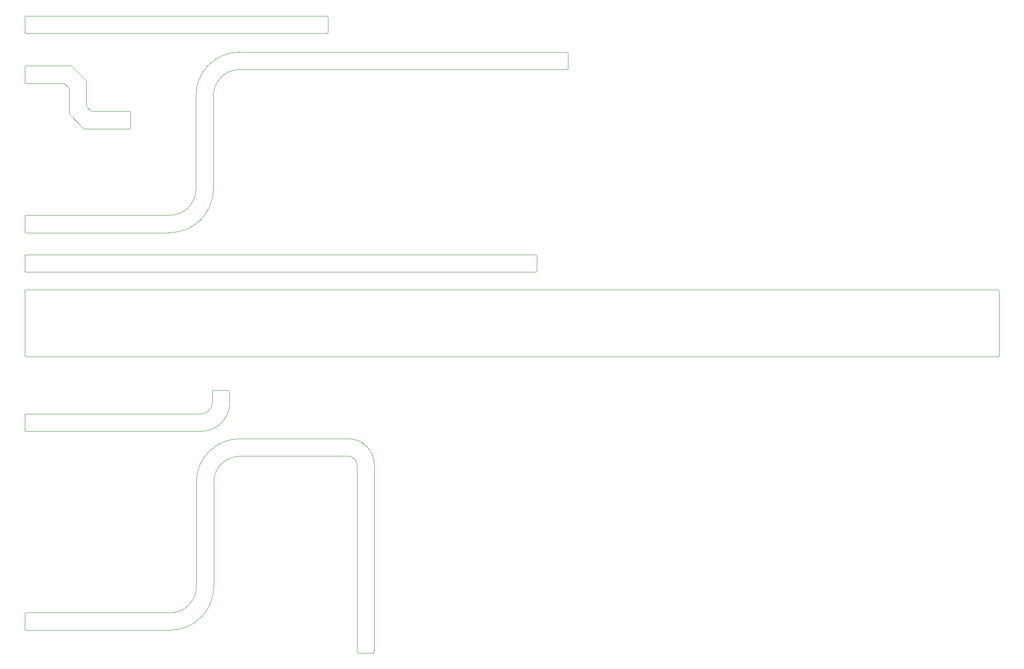
<source format=gko>
G04*
G04 #@! TF.GenerationSoftware,Altium Limited,Altium Designer,23.10.1 (27)*
G04*
G04 Layer_Color=16711935*
%FSLAX25Y25*%
%MOIN*%
G70*
G04*
G04 #@! TF.SameCoordinates,75E589B0-4E0D-4890-912C-9D4B5755E1C0*
G04*
G04*
G04 #@! TF.FilePolarity,Positive*
G04*
G01*
G75*
%ADD20C,0.00394*%
D20*
X276870Y-235236D02*
G03*
X256201Y-214567I-20669J0D01*
G01*
X263091Y-235236D02*
G03*
X256201Y-228346I-6890J0D01*
G01*
X170374D02*
G03*
X149705Y-249016I0J-20669D01*
G01*
X170374Y-214567D02*
G03*
X135925Y-249016I0J-34449D01*
G01*
X115256Y-366142D02*
G03*
X149705Y-331693I0J34449D01*
G01*
X115256Y-352362D02*
G03*
X135925Y-331693I0J20669D01*
G01*
X787Y-352362D02*
G03*
X0Y-353150I0J-787D01*
G01*
Y-365354D02*
G03*
X787Y-366142I787J0D01*
G01*
X263090Y-383268D02*
G03*
X263878Y-384055I787J0D01*
G01*
X276083D02*
G03*
X276870Y-383268I0J787D01*
G01*
X139665Y-208661D02*
G03*
X162303Y-186024I0J22638D01*
G01*
X139665Y-194882D02*
G03*
X148524Y-186024I0J8858D01*
G01*
X162303Y-176969D02*
G03*
X161516Y-176181I-787J0D01*
G01*
X149311D02*
G03*
X148524Y-176969I0J-787D01*
G01*
X787Y-194882D02*
G03*
X0Y-195669I0J-787D01*
G01*
Y-207874D02*
G03*
X787Y-208661I787J0D01*
G01*
X770866Y-149606D02*
G03*
X771654Y-148819I0J787D01*
G01*
Y-97244D02*
G03*
X770866Y-96457I-787J0D01*
G01*
X787Y-96457D02*
G03*
X0Y-97244I0J-787D01*
G01*
Y-148819D02*
G03*
X787Y-149606I787J0D01*
G01*
Y80709D02*
G03*
X0Y79921I0J-787D01*
G01*
Y67716D02*
G03*
X787Y66929I787J0D01*
G01*
X83957Y43898D02*
G03*
X83169Y44685I-787J0D01*
G01*
Y30906D02*
G03*
X83957Y31693I0J787D01*
G01*
X787Y120079D02*
G03*
X0Y119291I0J-787D01*
G01*
Y107087D02*
G03*
X787Y106299I787J0D01*
G01*
X240158Y119291D02*
G03*
X239370Y120079I-787J0D01*
G01*
Y106299D02*
G03*
X240158Y107087I0J787D01*
G01*
X787Y-37598D02*
G03*
X0Y-38386I0J-787D01*
G01*
Y-50591D02*
G03*
X787Y-51378I787J0D01*
G01*
X430315Y90748D02*
G03*
X429528Y91535I-787J0D01*
G01*
Y77756D02*
G03*
X430315Y78543I0J787D01*
G01*
X787Y-68898D02*
G03*
X0Y-69685I0J-787D01*
G01*
Y-81890D02*
G03*
X787Y-82677I787J0D01*
G01*
X405512Y-69685D02*
G03*
X404724Y-68898I-787J0D01*
G01*
Y-82677D02*
G03*
X405512Y-81890I0J787D01*
G01*
X170277Y91535D02*
G03*
X135631Y57086I-197J-34449D01*
G01*
X170277Y77755D02*
G03*
X149410Y57086I-197J-20669D01*
G01*
X114764Y-51378D02*
G03*
X149410Y-16929I197J34449D01*
G01*
X114764Y-37598D02*
G03*
X135631Y-16929I197J20669D01*
G01*
X263090Y-374213D02*
Y-235236D01*
X276870Y-374213D02*
Y-235236D01*
X170374Y-214567D02*
X256201D01*
X170374Y-228346D02*
X256201D01*
X149705Y-331693D02*
Y-249016D01*
X135925Y-331693D02*
Y-249016D01*
X9843Y-366142D02*
X115256D01*
X9843Y-352362D02*
X115256D01*
X787Y-352362D02*
X9843Y-352362D01*
X0Y-365354D02*
Y-353150D01*
X787Y-366142D02*
X9843Y-366142D01*
X263090Y-383268D02*
X263090Y-374213D01*
X263878Y-384055D02*
X276083D01*
X276870Y-374213D02*
X276870Y-383268D01*
X9843Y-208661D02*
X139665D01*
X9843Y-194882D02*
X139665D01*
X162303Y-186024D02*
Y-176969D01*
X149311Y-176181D02*
X161516D01*
X148524Y-186024D02*
Y-176969D01*
X787Y-194882D02*
X9843D01*
X0Y-207874D02*
Y-195669D01*
X787Y-208661D02*
X9843D01*
Y-149606D02*
X761811Y-149606D01*
X9843Y-96457D02*
X761811D01*
Y-149606D02*
X770866Y-149606D01*
X771654Y-148819D02*
Y-97244D01*
X761811Y-96457D02*
X770866Y-96457D01*
X787D02*
X9843D01*
X0Y-148819D02*
Y-97244D01*
X787Y-149606D02*
X9843D01*
X787Y80709D02*
X9843D01*
X0Y67716D02*
Y79921D01*
X787Y66929D02*
X9843D01*
X74114Y44685D02*
X83169D01*
X83957Y31693D02*
Y43898D01*
X74114Y30906D02*
X83169D01*
X787Y120079D02*
X9843D01*
X0Y107087D02*
Y119291D01*
X787Y106299D02*
X9843D01*
X230315Y120079D02*
X239370D01*
X240158Y107087D02*
Y119291D01*
X230315Y106299D02*
X239370D01*
X787Y-37598D02*
X9843D01*
X0Y-50590D02*
Y-38386D01*
X787Y-51378D02*
X9843D01*
X420472Y91535D02*
X429528D01*
X430315Y78543D02*
Y90748D01*
X420472Y77756D02*
X429528D01*
X787Y-68898D02*
X9843D01*
X0Y-81890D02*
Y-69685D01*
X787Y-82677D02*
X9843D01*
X395669Y-68898D02*
X404724D01*
X405512Y-81890D02*
Y-69685D01*
X395669Y-82677D02*
X404724D01*
X9843Y-68898D02*
X395669D01*
X9843Y-82677D02*
X395669D01*
X170277Y91535D02*
X420471D01*
X170277Y77755D02*
X420472D01*
X135630Y57087D02*
X135631Y57086D01*
Y-16929D02*
Y57086D01*
X149410Y-16929D02*
Y57086D01*
X9843Y-37598D02*
X114764D01*
X9843Y-51378D02*
X114764D01*
X36811Y80709D02*
X48819Y68701D01*
X9843Y80709D02*
X36811D01*
X48813Y48622D02*
X52750Y44685D01*
X74114D01*
X48819Y48599D02*
Y68701D01*
X35039Y42815D02*
X46949Y30906D01*
X35039Y42815D02*
Y62992D01*
X46949Y30906D02*
X74114D01*
X31102Y66929D02*
X35039Y62992D01*
X9843Y66929D02*
X31102D01*
X9843Y106299D02*
X230315D01*
X9843Y120079D02*
X230315D01*
M02*

</source>
